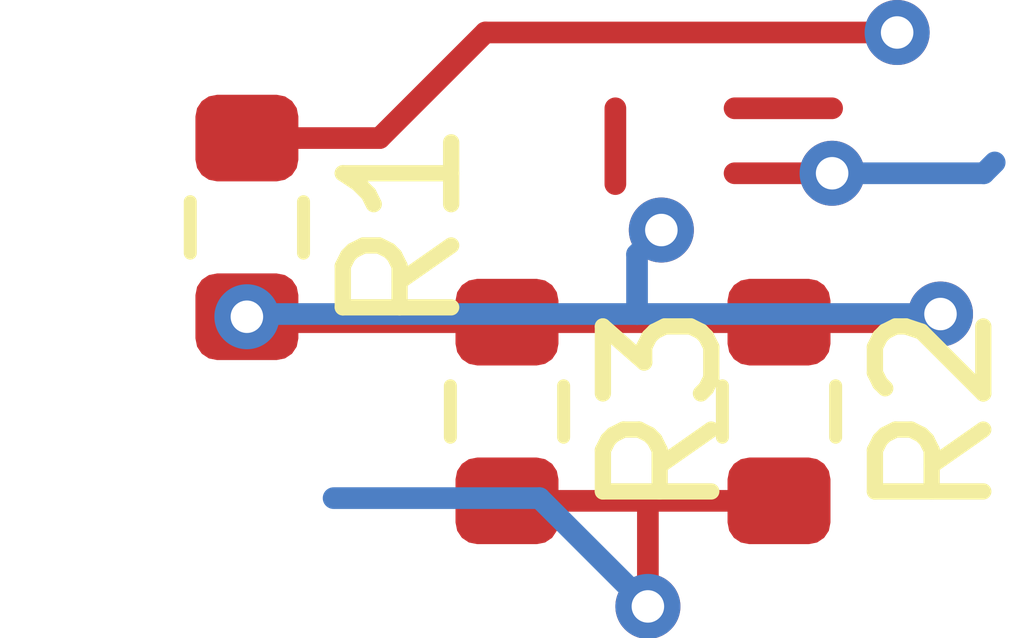
<source format=kicad_pcb>
(kicad_pcb (version 20240108) (generator "pcbnew") (generator_version "8.0")
  (layers (0 "F.Cu" signal) (31 "B.Cu" signal) (34 "B.Paste" user) (35 "F.Paste" user) (36 "B.SilkS" user "B.Silkscreen") (37 "F.SilkS" user "F.Silkscreen") (38 "B.Mask" user) (39 "F.Mask" user) (44 "Edge.Cuts" user))
  (net 0 "")
  (net 1 "GND")
  (net 2 "Net-(R1-Pad2)")
  (net 3 "unconnected-(R1-Pad1)")
  (footprint "Resistor_SMD:R_0603_1608Metric" (layer "F.Cu") (at 126.6 100.5 -90)
    (property "Reference" "R1" (at 0 -1.43 90) (layer "F.SilkS"))
    (property "Value" "R")
    (fp_line (start -0.237258 0.5225) (end 0.237258 0.5225) (stroke (width 0.12)) (layer "F.SilkS"))
    (fp_line (start -0.237258 -0.5225) (end 0.237258 -0.5225) (stroke (width 0.12)) (layer "F.SilkS"))
    (pad "1" smd roundrect (at -0.825 0 270) (size 0.8 0.95) (layers "F.Cu" "F.Paste" "F.Mask") (net 3 "unconnected-(R1-Pad1)"))
    (pad "2" smd roundrect (at 0.825 0 270) (size 0.8 0.95) (layers "F.Cu" "F.Paste" "F.Mask") (net 2 "Net-(R1-Pad2)"))
  )
  (footprint "Resistor_SMD:R_0603_1608Metric" (layer "F.Cu") (at 129 102.2 -90)
    (property "Reference" "R3" (at 0 -1.43 90) (layer "F.SilkS"))
    (property "Value" "R")
    (fp_line (start -0.237258 0.5225) (end 0.237258 0.5225) (stroke (width 0.12)) (layer "F.SilkS"))
    (fp_line (start -0.237258 -0.5225) (end 0.237258 -0.5225) (stroke (width 0.12)) (layer "F.SilkS"))
    (pad "1" smd roundrect (at -0.825 0 270) (size 0.8 0.95) (layers "F.Cu" "F.Paste" "F.Mask") (net 2 "Net-(R1-Pad2)"))
    (pad "2" smd roundrect (at 0.825 0 270) (size 0.8 0.95) (layers "F.Cu" "F.Paste" "F.Mask") (net 1 "GND"))
  )
  (footprint "Resistor_SMD:R_0603_1608Metric" (layer "F.Cu") (at 131.51 102.2 -90)
    (property "Reference" "R2" (at 0 -1.43 90) (layer "F.SilkS"))
    (property "Value" "R")
    (fp_line (start -0.237258 0.5225) (end 0.237258 0.5225) (stroke (width 0.12)) (layer "F.SilkS"))
    (fp_line (start -0.237258 -0.5225) (end 0.237258 -0.5225) (stroke (width 0.12)) (layer "F.SilkS"))
    (pad "1" smd roundrect (at -0.825 0 270) (size 0.8 0.95) (layers "F.Cu" "F.Paste" "F.Mask") (net 2 "Net-(R1-Pad2)"))
    (pad "2" smd roundrect (at 0.825 0 270) (size 0.8 0.95) (layers "F.Cu" "F.Paste" "F.Mask") (net 1 "GND"))
  )
  (segment (start 131.1 99.4) (end 132 99.4) (width 0.2) (layer "F.Cu") (net 0))
  (segment (start 130 99.4) (end 130 100.1) (width 0.2) (layer "F.Cu") (net 0))
  (segment (start 131.1 100) (end 131.9 100) (width 0.2) (layer "F.Cu") (net 0))
  (segment (start 131.9 100) (end 132 100) (width 0.2) (layer "F.Cu") (net 0))
  (via (at 132 100) (size 0.6) (drill 0.3) (layers "F.Cu" "B.Cu") (net 0))
  (segment (start 132 100) (end 133.4 100) (width 0.2) (layer "B.Cu") (net 0))
  (segment (start 133.4 100) (end 133.5 99.9) (width 0.2) (layer "B.Cu") (net 0))
  (segment (start 129 103.025) (end 130.3 103.025) (width 0.2) (layer "F.Cu") (net 1))
  (segment (start 130.3 103.025) (end 130.3 104) (width 0.2) (layer "F.Cu") (net 1))
  (segment (start 130.3 103.025) (end 131.51 103.025) (width 0.2) (layer "F.Cu") (net 1))
  (via (at 130.3 104) (size 0.6) (drill 0.3) (layers "F.Cu" "B.Cu") (net 1))
  (segment (start 129.3 103) (end 127.4 103) (width 0.2) (layer "B.Cu") (net 1))
  (segment (start 130.3 104) (end 129.3 103) (width 0.2) (layer "B.Cu") (net 1))
  (segment (start 129 101.375) (end 126.65 101.375) (width 0.2) (layer "F.Cu") (net 2))
  (segment (start 131.51 101.375) (end 132.925 101.375) (width 0.2) (layer "F.Cu") (net 2))
  (segment (start 129 101.375) (end 131.51 101.375) (width 0.2) (layer "F.Cu") (net 2))
  (segment (start 126.65 101.375) (end 126.6 101.325) (width 0.2) (layer "F.Cu") (net 2))
  (segment (start 132.925 101.375) (end 133 101.3) (width 0.2) (layer "F.Cu") (net 2))
  (via (at 130.424265 100.524265) (size 0.6) (drill 0.3) (layers "F.Cu" "B.Cu") (net 2))
  (via (at 126.6 101.325) (size 0.6) (drill 0.3) (layers "F.Cu" "B.Cu") (net 2))
  (via (at 133 101.3) (size 0.6) (drill 0.3) (layers "F.Cu" "B.Cu") (net 2))
  (segment (start 130.2 100.74853) (end 130.424265 100.524265) (width 0.2) (layer "B.Cu") (net 2))
  (segment (start 130.2 101.3) (end 130.2 100.74853) (width 0.2) (layer "B.Cu") (net 2))
  (segment (start 126.625 101.3) (end 126.6 101.325) (width 0.2) (layer "B.Cu") (net 2))
  (segment (start 133 101.3) (end 130.2 101.3) (width 0.2) (layer "B.Cu") (net 2))
  (segment (start 130.2 101.3) (end 126.625 101.3) (width 0.2) (layer "B.Cu") (net 2))
  (segment (start 127.825 99.675) (end 128.8 98.7) (width 0.2) (layer "F.Cu") (net 3))
  (segment (start 126.6 99.675) (end 127.825 99.675) (width 0.2) (layer "F.Cu") (net 3))
  (segment (start 128.8 98.7) (end 132.6 98.7) (width 0.2) (layer "F.Cu") (net 3))
  (via (at 132.6 98.7) (size 0.6) (drill 0.3) (layers "F.Cu" "B.Cu") (net 3))
)
</source>
